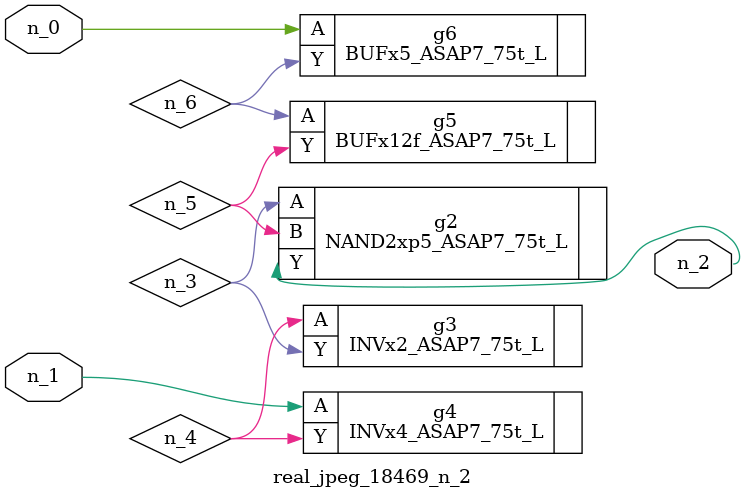
<source format=v>
module real_jpeg_18469_n_2 (n_1, n_0, n_2);

input n_1;
input n_0;

output n_2;

wire n_5;
wire n_4;
wire n_6;
wire n_3;

BUFx5_ASAP7_75t_L g6 ( 
.A(n_0),
.Y(n_6)
);

INVx4_ASAP7_75t_L g4 ( 
.A(n_1),
.Y(n_4)
);

NAND2xp5_ASAP7_75t_L g2 ( 
.A(n_3),
.B(n_5),
.Y(n_2)
);

INVx2_ASAP7_75t_L g3 ( 
.A(n_4),
.Y(n_3)
);

BUFx12f_ASAP7_75t_L g5 ( 
.A(n_6),
.Y(n_5)
);


endmodule
</source>
